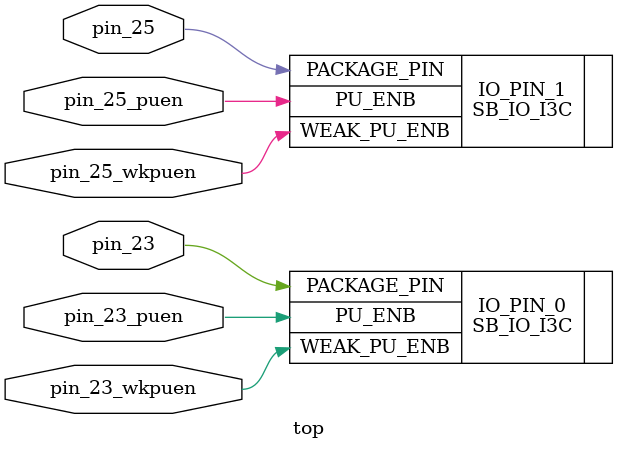
<source format=v>

module top (
	inout pin_23,
	inout pin_25,
	input pin_23_puen,
	input pin_23_wkpuen,
	input pin_25_puen,
	input pin_25_wkpuen);
	
	(* PULLUP_RESISTOR = "3P3K" *)
	SB_IO_I3C #(
		.PIN_TYPE(6'b000001),
		.PULLUP(1'b1),
		.WEAK_PULLUP(1'b1),

		.NEG_TRIGGER(1'b0)
	) IO_PIN_0 (
		.PACKAGE_PIN(pin_23),
		.PU_ENB(pin_23_puen),
		.WEAK_PU_ENB(pin_23_wkpuen)
	) ;
	
	(* PULLUP_RESISTOR = "3P3K" *)
	SB_IO_I3C #(
		.PIN_TYPE(6'b000001),
		.PULLUP(1'b1),
		.WEAK_PULLUP(1'b1),

		.NEG_TRIGGER(1'b0)
	) IO_PIN_1 (
		.PACKAGE_PIN(pin_25),
		.PU_ENB(pin_25_puen),
		.WEAK_PU_ENB(pin_25_wkpuen)
	);
endmodule

</source>
